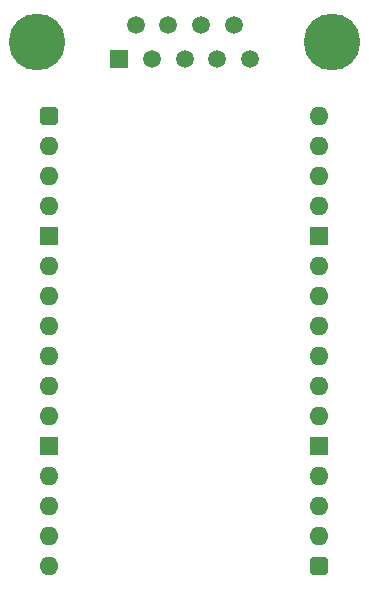
<source format=gbs>
%TF.GenerationSoftware,KiCad,Pcbnew,8.0.4*%
%TF.CreationDate,2024-08-14T08:49:25+02:00*%
%TF.ProjectId,RS232,52533233-322e-46b6-9963-61645f706362,V0*%
%TF.SameCoordinates,PX6d01460PY32de760*%
%TF.FileFunction,Soldermask,Bot*%
%TF.FilePolarity,Negative*%
%FSLAX46Y46*%
G04 Gerber Fmt 4.6, Leading zero omitted, Abs format (unit mm)*
G04 Created by KiCad (PCBNEW 8.0.4) date 2024-08-14 08:49:25*
%MOMM*%
%LPD*%
G01*
G04 APERTURE LIST*
G04 Aperture macros list*
%AMRoundRect*
0 Rectangle with rounded corners*
0 $1 Rounding radius*
0 $2 $3 $4 $5 $6 $7 $8 $9 X,Y pos of 4 corners*
0 Add a 4 corners polygon primitive as box body*
4,1,4,$2,$3,$4,$5,$6,$7,$8,$9,$2,$3,0*
0 Add four circle primitives for the rounded corners*
1,1,$1+$1,$2,$3*
1,1,$1+$1,$4,$5*
1,1,$1+$1,$6,$7*
1,1,$1+$1,$8,$9*
0 Add four rect primitives between the rounded corners*
20,1,$1+$1,$2,$3,$4,$5,0*
20,1,$1+$1,$4,$5,$6,$7,0*
20,1,$1+$1,$6,$7,$8,$9,0*
20,1,$1+$1,$8,$9,$2,$3,0*%
G04 Aperture macros list end*
%ADD10R,1.500000X1.500000*%
%ADD11C,1.500000*%
%ADD12C,4.800000*%
%ADD13RoundRect,0.400000X-0.400000X-0.400000X0.400000X-0.400000X0.400000X0.400000X-0.400000X0.400000X0*%
%ADD14O,1.600000X1.600000*%
%ADD15R,1.600000X1.600000*%
G04 APERTURE END LIST*
D10*
%TO.C,C3*%
X5934000Y4803000D03*
D11*
X8706000Y4803000D03*
X11479000Y4803000D03*
X14251000Y4803000D03*
X17024000Y4803000D03*
X7320000Y7643000D03*
X10093000Y7643000D03*
X12865000Y7643000D03*
X15638000Y7643000D03*
D12*
X-1016000Y6223000D03*
X23974000Y6223000D03*
%TD*%
D13*
%TO.C,J1*%
X0Y0D03*
D14*
X0Y-2540000D03*
X0Y-5080000D03*
X0Y-7620000D03*
D15*
X0Y-10160000D03*
D14*
X0Y-12700000D03*
X0Y-15240000D03*
X0Y-17780000D03*
X0Y-20320000D03*
X0Y-22860000D03*
X0Y-25400000D03*
D15*
X0Y-27940000D03*
D14*
X0Y-30480000D03*
X0Y-33020000D03*
X0Y-35560000D03*
X0Y-38100000D03*
D13*
X22860000Y-38100000D03*
D14*
X22860000Y-35560000D03*
X22860000Y-33020000D03*
X22860000Y-30480000D03*
D15*
X22860000Y-27940000D03*
D14*
X22860000Y-25400000D03*
X22860000Y-22860000D03*
X22860000Y-20320000D03*
X22860000Y-17780000D03*
X22860000Y-15240000D03*
X22860000Y-12700000D03*
D15*
X22860000Y-10160000D03*
D14*
X22860000Y-7620000D03*
X22860000Y-5080000D03*
X22860000Y-2540000D03*
X22860000Y0D03*
%TD*%
M02*

</source>
